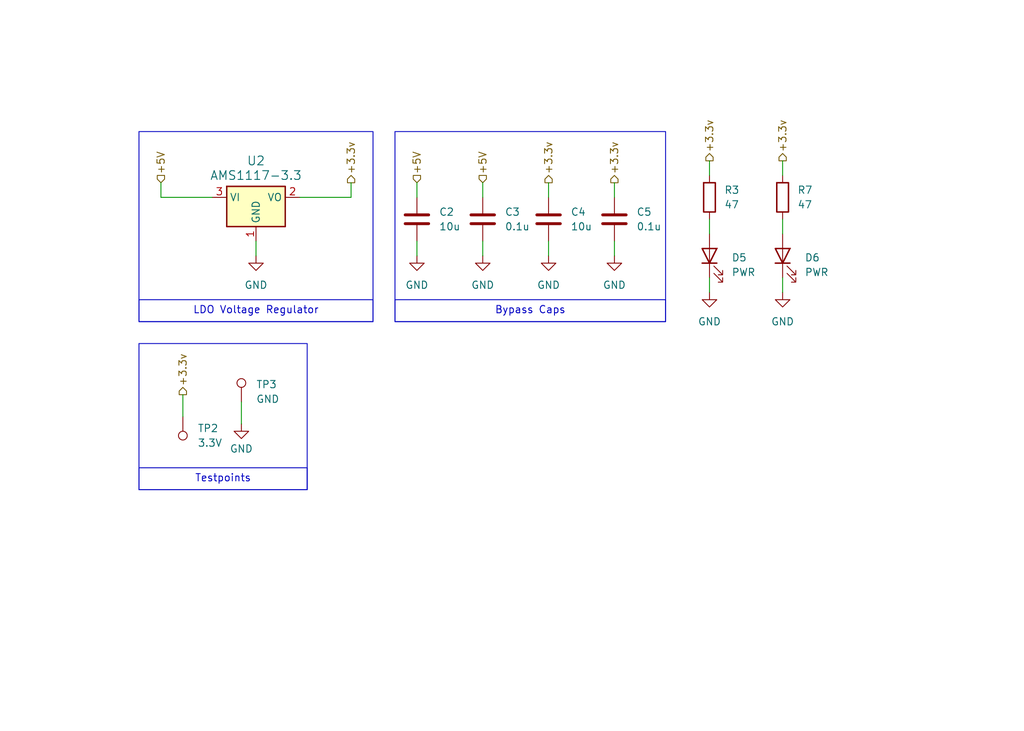
<source format=kicad_sch>
(kicad_sch (version 20231120) (generator "eeschema") (generator_version "8.0")
  (paper "User" 177.8 127)
  (title_block (title "Power"))
  (lib_symbols
    (symbol "Connector:TestPoint" (pin_numbers hide) (pin_names (offset 0.762) hide)
      (property "Reference" "TP" (at 0 6.858 0))
      (property "Value" "TestPoint" (at 0 5.08 0))
      (symbol "TestPoint_0_1"
        (circle (center 0 3.302) (radius 0.762))
      )
      (symbol "TestPoint_1_1"
        (pin passive line (at 0 0 90) (length 2.54) (name "1") (number "1"))
      )
    )
    (symbol "Device:C" (pin_numbers hide) (pin_names (offset 0.254))
      (property "Reference" "C" (at 0.635 2.54 0))
      (property "Value" "C" (at 0.635 -2.54 0))
      (symbol "C_0_1"
        (polyline (pts (xy -2.032 -0.762) (xy 2.032 -0.762)) (stroke (width 0.508)))
        (polyline (pts (xy -2.032 0.762) (xy 2.032 0.762)) (stroke (width 0.508)))
      )
      (symbol "C_1_1"
        (pin passive line (at 0 3.81 270) (length 2.794) (name "~") (number "1"))
        (pin passive line (at 0 -3.81 90) (length 2.794) (name "~") (number "2"))
      )
    )
    (symbol "Device:LED" (pin_numbers hide) (pin_names (offset 1.016) hide)
      (property "Reference" "D" (at 0 2.54 0))
      (property "Value" "LED" (at 0 -2.54 0))
      (symbol "LED_0_1"
        (polyline (pts (xy -1.27 -1.27) (xy -1.27 1.27)) (stroke (width 0.254)))
        (polyline (pts (xy -1.27 0) (xy 1.27 0)))
        (polyline (pts (xy 1.27 -1.27) (xy 1.27 1.27) (xy -1.27 0) (xy 1.27 -1.27)) (stroke (width 0.254)))
        (polyline (pts (xy -3.048 -0.762) (xy -4.572 -2.286) (xy -3.81 -2.286) (xy -4.572 -2.286) (xy -4.572 -1.524)))
        (polyline (pts (xy -1.778 -0.762) (xy -3.302 -2.286) (xy -2.54 -2.286) (xy -3.302 -2.286) (xy -3.302 -1.524)))
      )
      (symbol "LED_1_1"
        (pin passive line (at -3.81 0 0) (length 2.54) (name "K") (number "1"))
        (pin passive line (at 3.81 0 180) (length 2.54) (name "A") (number "2"))
      )
    )
    (symbol "Device:R" (pin_numbers hide) (pin_names (offset 0))
      (property "Reference" "R" (at 2.032 0 90))
      (property "Value" "R" (at 0 0 90))
      (symbol "R_0_1"
        (rectangle (start -1.016 -2.54) (end 1.016 2.54) (stroke (width 0.254)))
      )
      (symbol "R_1_1"
        (pin passive line (at 0 3.81 270) (length 1.27) (name "~") (number "1"))
        (pin passive line (at 0 -3.81 90) (length 1.27) (name "~") (number "2"))
      )
    )
    (symbol "Regulator_Linear:AMS1117-3.3"
      (property "Reference" "U" (at -3.81 3.175 0))
      (property "Value" "AMS1117-3.3" (at 0 3.175 0))
      (symbol "AMS1117-3.3_0_1"
        (rectangle (start -5.08 -5.08) (end 5.08 1.905) (stroke (width 0.254)) (fill (type background)))
      )
      (symbol "AMS1117-3.3_1_1"
        (pin power_in line (at 0 -7.62 90) (length 2.54) (name "GND") (number "1"))
        (pin power_out line (at 7.62 0 180) (length 2.54) (name "VO") (number "2"))
        (pin power_in line (at -7.62 0 0) (length 2.54) (name "VI") (number "3"))
      )
    )
    (symbol "power:GND" (power) (pin_numbers hide) (pin_names (offset 0) hide)
      (property "Value" "GND" (at 0 -3.81 0))
      (symbol "GND_0_1"
        (polyline (pts (xy 0 0) (xy 0 -1.27) (xy 1.27 -1.27) (xy 0 -2.54) (xy -1.27 -1.27) (xy 0 -1.27)))
      )
      (symbol "GND_1_1"
        (pin power_in line (at 0 0 270) (length 0) (name "~") (number "1"))
      )
    )
  )
  (wire (pts (xy 135.89 27.94) (xy 135.89 30.48)))
  (wire (pts (xy 83.82 31.75) (xy 83.82 34.29)))
  (wire (pts (xy 123.19 48.26) (xy 123.19 50.8)))
  (wire (pts (xy 106.68 31.75) (xy 106.68 34.29)))
  (wire (pts (xy 135.89 38.1) (xy 135.89 40.64)))
  (wire (pts (xy 31.75 68.58) (xy 31.75 72.39)))
  (wire (pts (xy 83.82 41.91) (xy 83.82 44.45)))
  (wire (pts (xy 60.96 31.75) (xy 60.96 34.29)))
  (wire (pts (xy 72.39 31.75) (xy 72.39 34.29)))
  (wire (pts (xy 27.94 34.29) (xy 27.94 31.75)))
  (wire (pts (xy 27.94 34.29) (xy 36.83 34.29)))
  (wire (pts (xy 95.25 31.75) (xy 95.25 34.29)))
  (wire (pts (xy 44.45 41.91) (xy 44.45 44.45)))
  (wire (pts (xy 41.91 69.85) (xy 41.91 73.66)))
  (wire (pts (xy 123.19 27.94) (xy 123.19 30.48)))
  (wire (pts (xy 95.25 41.91) (xy 95.25 44.45)))
  (wire (pts (xy 135.89 48.26) (xy 135.89 50.8)))
  (wire (pts (xy 123.19 38.1) (xy 123.19 40.64)))
  (wire (pts (xy 72.39 41.91) (xy 72.39 44.45)))
  (wire (pts (xy 52.07 34.29) (xy 60.96 34.29)))
  (wire (pts (xy 106.68 41.91) (xy 106.68 44.45)))
  (rectangle (start 24.13 22.86) (end 64.77 55.88))
  (rectangle (start 24.13 59.69) (end 53.34 85.09))
  (rectangle (start 68.58 22.86) (end 115.57 55.88))
  (text_box "Testpoints" (at 24.13 81.28 0) (size 29.21 3.81) (effects (font (size 1.27 1.27)) (justify top)))
  (text_box "Bypass Caps" (at 68.58 52.07 0) (size 46.99 3.81) (effects (font (size 1.27 1.27)) (justify top)))
  (text_box "LDO Voltage Regulator" (at 24.13 52.07 0) (size 40.64 3.81) (effects (font (size 1.27 1.27)) (justify top)))
  (hierarchical_label "+5V" (shape input) (at 72.39 31.75 90))
  (hierarchical_label "+3.3v" (shape output) (at 31.75 68.58 90))
  (hierarchical_label "+3.3v" (shape output) (at 106.68 31.75 90))
  (hierarchical_label "+3.3v" (shape output) (at 123.19 27.94 90))
  (hierarchical_label "+5V" (shape input) (at 27.94 31.75 90))
  (hierarchical_label "+3.3v" (shape output) (at 95.25 31.75 90))
  (hierarchical_label "+3.3v" (shape output) (at 60.96 31.75 90))
  (hierarchical_label "+3.3v" (shape output) (at 135.89 27.94 90))
  (hierarchical_label "+5V" (shape input) (at 83.82 31.75 90))
  (symbol (lib_id "Device:C") (at 95.25 38.1 0) (unit 1)
    (property "Reference" "C4" (at 99.06 36.8299 0) (effects (justify left)))
    (property "Value" "10u" (at 99.06 39.3699 0) (effects (justify left)))
    (property "Footprint" "Capacitor_SMD:C_0603_1608Metric" (effects (hide yes)))
    (property "Description" "Unpolarized capacitor" (effects (hide yes)))
    (property "P/N" "MLAST168BB5106MTNA01" (effects (hide yes)))
  )
  (symbol (lib_id "Device:C") (at 106.68 38.1 0) (unit 1)
    (property "Reference" "C5" (at 110.49 36.8299 0) (effects (justify left)))
    (property "Value" "0.1u" (at 110.49 39.3699 0) (effects (justify left)))
    (property "Footprint" "Capacitor_SMD:C_0603_1608Metric" (effects (hide yes)))
    (property "Description" "Unpolarized capacitor" (effects (hide yes)))
    (property "P/N" "C0603G104K5RACT250" (effects (hide yes)))
  )
  (symbol (lib_id "power:GND") (at 83.82 44.45 0) (unit 1)
    (property "Reference" "#PWR015" (effects (hide yes)))
    (property "Value" "GND" (at 83.82 49.53 0))
    (property "Description" "Power symbol creates a global label with name \"GND\" , ground" (effects (hide yes)))
  )
  (symbol (lib_id "Device:C") (at 83.82 38.1 0) (unit 1)
    (property "Reference" "C3" (at 87.63 36.8299 0) (effects (justify left)))
    (property "Value" "0.1u" (at 87.63 39.3699 0) (effects (justify left)))
    (property "Footprint" "Capacitor_SMD:C_0603_1608Metric" (effects (hide yes)))
    (property "Description" "Unpolarized capacitor" (effects (hide yes)))
    (property "P/N" "C0603G104K5RACT250" (effects (hide yes)))
  )
  (symbol (lib_id "Connector:TestPoint") (at 41.91 69.85 0) (unit 1)
    (property "Reference" "TP3" (at 44.45 66.802 0) (effects (justify left)))
    (property "Value" "GND" (at 44.45 69.342 0) (effects (justify left)))
    (property "Footprint" "TestPoint:TestPoint_Pad_D1.0mm" (effects (hide yes)))
    (property "Description" "test point" (effects (hide yes)))
  )
  (symbol (lib_id "power:GND") (at 72.39 44.45 0) (unit 1)
    (property "Reference" "#PWR014" (effects (hide yes)))
    (property "Value" "GND" (at 72.39 49.53 0))
    (property "Description" "Power symbol creates a global label with name \"GND\" , ground" (effects (hide yes)))
  )
  (symbol (lib_id "Device:R") (at 135.89 34.29 0) (unit 1)
    (property "Reference" "R7" (at 138.43 33.0199 0) (effects (justify left)))
    (property "Value" "47" (at 138.43 35.5599 0) (effects (justify left)))
    (property "Footprint" "Resistor_SMD:R_0603_1608Metric" (effects (hide yes)))
    (property "Description" "Resistor" (effects (hide yes)))
    (property "P/N" "MCT06030C4709FP500 " (effects (hide yes)))
  )
  (symbol (lib_id "power:GND") (at 123.19 50.8 0) (unit 1)
    (property "Reference" "#PWR012" (effects (hide yes)))
    (property "Value" "GND" (at 123.19 55.88 0))
    (property "Description" "Power symbol creates a global label with name \"GND\" , ground" (effects (hide yes)))
  )
  (symbol (lib_id "Device:LED") (at 135.89 44.45 90) (unit 1)
    (property "Reference" "D6" (at 139.7 44.7674 90) (effects (justify right)))
    (property "Value" "PWR" (at 139.7 47.3074 90) (effects (justify right)))
    (property "Footprint" "LED_SMD:LED_0603_1608Metric" (effects (hide yes)))
    (property "Description" "Light emitting diode" (effects (hide yes)))
    (property "P/N" "HSML-C191" (effects (hide yes)))
  )
  (symbol (lib_id "power:GND") (at 44.45 44.45 0) (unit 1)
    (property "Reference" "#PWR010" (effects (hide yes)))
    (property "Value" "GND" (at 44.45 49.53 0))
    (property "Description" "Power symbol creates a global label with name \"GND\" , ground" (effects (hide yes)))
  )
  (symbol (lib_id "Connector:TestPoint") (at 31.75 72.39 180) (unit 1)
    (property "Reference" "TP2" (at 34.29 74.4219 0) (effects (justify right)))
    (property "Value" "3.3V" (at 34.29 76.9619 0) (effects (justify right)))
    (property "Footprint" "TestPoint:TestPoint_Pad_D1.0mm" (effects (hide yes)))
    (property "Description" "test point" (effects (hide yes)))
  )
  (symbol (lib_id "power:GND") (at 135.89 50.8 0) (unit 1)
    (property "Reference" "#PWR029" (effects (hide yes)))
    (property "Value" "GND" (at 135.89 55.88 0))
    (property "Description" "Power symbol creates a global label with name \"GND\" , ground" (effects (hide yes)))
  )
  (symbol (lib_id "Device:C") (at 72.39 38.1 0) (unit 1)
    (property "Reference" "C2" (at 76.2 36.8299 0) (effects (justify left)))
    (property "Value" "10u" (at 76.2 39.3699 0) (effects (justify left)))
    (property "Footprint" "Capacitor_SMD:C_0603_1608Metric" (effects (hide yes)))
    (property "Description" "Unpolarized capacitor" (effects (hide yes)))
    (property "P/N" "MLAST168BB5106MTNA01" (effects (hide yes)))
  )
  (symbol (lib_id "Regulator_Linear:AMS1117-3.3") (at 44.45 34.29 0) (unit 1)
    (property "Reference" "U2" (at 44.45 27.94 0) (effects (font (size 1.524 1.524))))
    (property "Value" "AMS1117-3.3" (at 44.45 30.48 0) (effects (font (size 1.524 1.524))))
    (property "Footprint" "Package_TO_SOT_SMD:SOT-223-3_TabPin2" (effects (hide yes)))
    (property "Datasheet" "http://www.advanced-monolithic.com/pdf/ds1117.pdf" (effects (hide yes)))
    (property "Description" "1A Low Dropout regulator, positive, 3.3V fixed output, SOT-223" (effects (hide yes)))
    (property "P/N" "AMS1117-3.3" (effects (hide yes)))
  )
  (symbol (lib_id "power:GND") (at 95.25 44.45 0) (unit 1)
    (property "Reference" "#PWR016" (effects (hide yes)))
    (property "Value" "GND" (at 95.25 49.53 0))
    (property "Description" "Power symbol creates a global label with name \"GND\" , ground" (effects (hide yes)))
  )
  (symbol (lib_id "Device:LED") (at 123.19 44.45 90) (unit 1)
    (property "Reference" "D5" (at 127 44.7674 90) (effects (justify right)))
    (property "Value" "PWR" (at 127 47.3074 90) (effects (justify right)))
    (property "Footprint" "LED_SMD:LED_0603_1608Metric" (effects (hide yes)))
    (property "Description" "Light emitting diode" (effects (hide yes)))
    (property "P/N" "HSML-C191" (effects (hide yes)))
  )
  (symbol (lib_id "power:GND") (at 41.91 73.66 0) (unit 1)
    (property "Reference" "#PWR011" (effects (hide yes)))
    (property "Value" "GND" (at 41.91 77.978 0))
    (property "Description" "Power symbol creates a global label with name \"GND\" , ground" (effects (hide yes)))
  )
  (symbol (lib_id "power:GND") (at 106.68 44.45 0) (unit 1)
    (property "Reference" "#PWR017" (effects (hide yes)))
    (property "Value" "GND" (at 106.68 49.53 0))
    (property "Description" "Power symbol creates a global label with name \"GND\" , ground" (effects (hide yes)))
  )
  (symbol (lib_id "Device:R") (at 123.19 34.29 0) (unit 1)
    (property "Reference" "R3" (at 125.73 33.0199 0) (effects (justify left)))
    (property "Value" "47" (at 125.73 35.5599 0) (effects (justify left)))
    (property "Footprint" "Resistor_SMD:R_0603_1608Metric" (effects (hide yes)))
    (property "Description" "Resistor" (effects (hide yes)))
    (property "P/N" "MCT06030C4709FP500 " (effects (hide yes)))
  )
)
</source>
